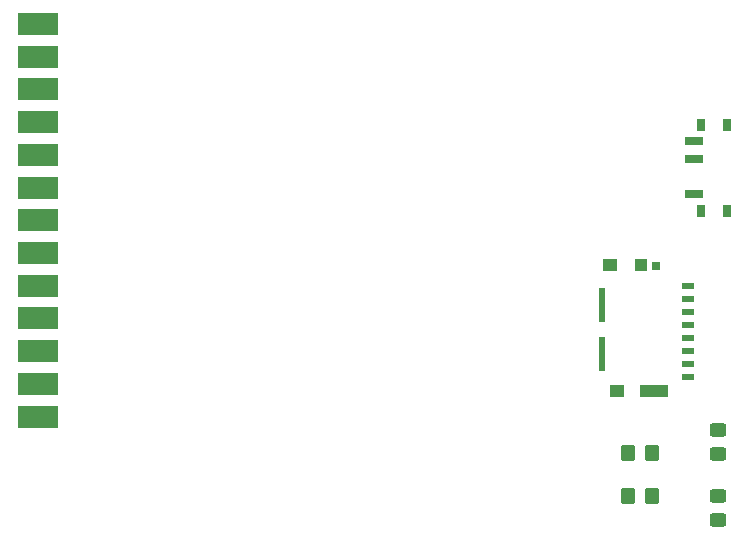
<source format=gtp>
%TF.GenerationSoftware,KiCad,Pcbnew,(6.0.4-0)*%
%TF.CreationDate,2022-11-20T14:03:23-07:00*%
%TF.ProjectId,bluescsi_iigs_internal,626c7565-7363-4736-995f-696967735f69,rev?*%
%TF.SameCoordinates,Original*%
%TF.FileFunction,Paste,Top*%
%TF.FilePolarity,Positive*%
%FSLAX46Y46*%
G04 Gerber Fmt 4.6, Leading zero omitted, Abs format (unit mm)*
G04 Created by KiCad (PCBNEW (6.0.4-0)) date 2022-11-20 14:03:23*
%MOMM*%
%LPD*%
G01*
G04 APERTURE LIST*
G04 Aperture macros list*
%AMRoundRect*
0 Rectangle with rounded corners*
0 $1 Rounding radius*
0 $2 $3 $4 $5 $6 $7 $8 $9 X,Y pos of 4 corners*
0 Add a 4 corners polygon primitive as box body*
4,1,4,$2,$3,$4,$5,$6,$7,$8,$9,$2,$3,0*
0 Add four circle primitives for the rounded corners*
1,1,$1+$1,$2,$3*
1,1,$1+$1,$4,$5*
1,1,$1+$1,$6,$7*
1,1,$1+$1,$8,$9*
0 Add four rect primitives between the rounded corners*
20,1,$1+$1,$2,$3,$4,$5,0*
20,1,$1+$1,$4,$5,$6,$7,0*
20,1,$1+$1,$6,$7,$8,$9,0*
20,1,$1+$1,$8,$9,$2,$3,0*%
G04 Aperture macros list end*
%ADD10R,1.500000X0.700000*%
%ADD11R,0.800000X1.000000*%
%ADD12RoundRect,0.249999X0.350001X0.450001X-0.350001X0.450001X-0.350001X-0.450001X0.350001X-0.450001X0*%
%ADD13RoundRect,0.249999X-0.450001X0.325001X-0.450001X-0.325001X0.450001X-0.325001X0.450001X0.325001X0*%
%ADD14RoundRect,0.249999X-0.350001X-0.450001X0.350001X-0.450001X0.350001X0.450001X-0.350001X0.450001X0*%
%ADD15RoundRect,0.249999X0.450001X-0.325001X0.450001X0.325001X-0.450001X0.325001X-0.450001X-0.325001X0*%
%ADD16R,0.550000X2.910000*%
%ADD17R,2.390000X1.050000*%
%ADD18R,1.200000X1.050000*%
%ADD19R,1.080000X1.050000*%
%ADD20R,0.780000X0.720000*%
%ADD21R,1.000000X0.500000*%
%ADD22R,3.480000X1.846667*%
G04 APERTURE END LIST*
D10*
%TO.C,SW1*%
X182466000Y-59345000D03*
X182466000Y-60845000D03*
X182466000Y-63845000D03*
D11*
X185326000Y-65245000D03*
X183116000Y-65245000D03*
X185326000Y-57945000D03*
X183116000Y-57945000D03*
%TD*%
D12*
%TO.C,R2*%
X178927000Y-89408000D03*
X176927000Y-89408000D03*
%TD*%
D13*
%TO.C,D1*%
X184531000Y-83811000D03*
X184531000Y-85861000D03*
%TD*%
D14*
%TO.C,R1*%
X176927000Y-85725000D03*
X178927000Y-85725000D03*
%TD*%
D15*
%TO.C,D2*%
X184531000Y-91449000D03*
X184531000Y-89399000D03*
%TD*%
D16*
%TO.C,J3*%
X174730000Y-77388000D03*
X174730000Y-73198000D03*
D17*
X179160000Y-80509000D03*
D18*
X175975000Y-80509000D03*
X175405000Y-69859000D03*
D19*
X178015000Y-69859000D03*
D20*
X179285000Y-69874000D03*
D21*
X181965000Y-79334000D03*
X181965000Y-78234000D03*
X181965000Y-77134000D03*
X181965000Y-76034000D03*
X181965000Y-74934000D03*
X181965000Y-73834000D03*
X181965000Y-72734000D03*
X181965000Y-71634000D03*
%TD*%
D22*
%TO.C,J6*%
X127000000Y-49420000D03*
X127000000Y-52190000D03*
X127000000Y-54960000D03*
X127000000Y-57730000D03*
X127000000Y-60500000D03*
X127000000Y-63270000D03*
X127000000Y-66040000D03*
X127000000Y-68810000D03*
X127000000Y-71580000D03*
X127000000Y-74350000D03*
X127000000Y-77120000D03*
X127000000Y-79890000D03*
X127000000Y-82660000D03*
%TD*%
M02*

</source>
